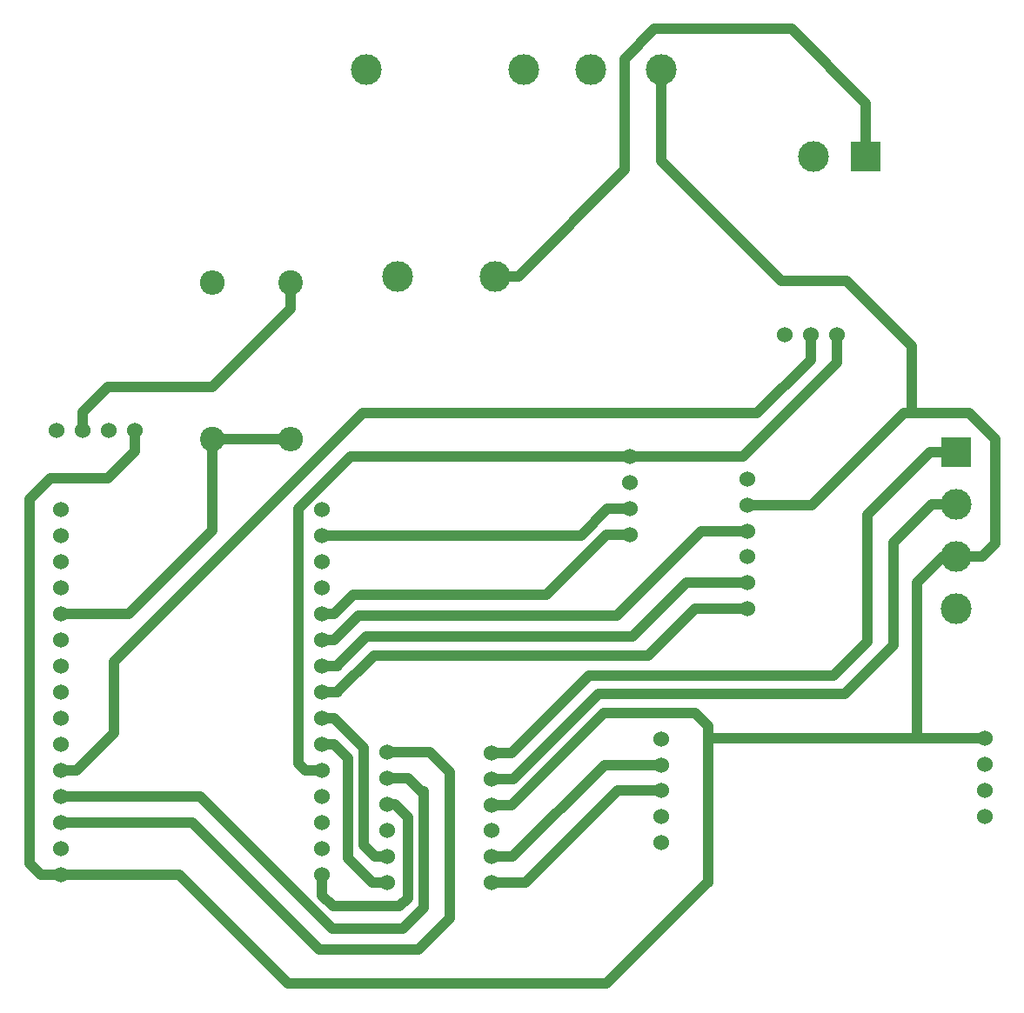
<source format=gbr>
%TF.GenerationSoftware,KiCad,Pcbnew,8.0.4*%
%TF.CreationDate,2024-11-15T17:35:20-05:00*%
%TF.ProjectId,Calidad_aire,43616c69-6461-4645-9f61-6972652e6b69,rev?*%
%TF.SameCoordinates,Original*%
%TF.FileFunction,Copper,L1,Top*%
%TF.FilePolarity,Positive*%
%FSLAX46Y46*%
G04 Gerber Fmt 4.6, Leading zero omitted, Abs format (unit mm)*
G04 Created by KiCad (PCBNEW 8.0.4) date 2024-11-15 17:35:20*
%MOMM*%
%LPD*%
G01*
G04 APERTURE LIST*
%TA.AperFunction,ComponentPad*%
%ADD10C,1.530000*%
%TD*%
%TA.AperFunction,ComponentPad*%
%ADD11R,3.000000X3.000000*%
%TD*%
%TA.AperFunction,ComponentPad*%
%ADD12C,3.000000*%
%TD*%
%TA.AperFunction,ComponentPad*%
%ADD13C,2.400000*%
%TD*%
%TA.AperFunction,ComponentPad*%
%ADD14O,2.400000X2.400000*%
%TD*%
%TA.AperFunction,Conductor*%
%ADD15C,1.000000*%
%TD*%
G04 APERTURE END LIST*
D10*
%TO.P,A1,1,5V*%
%TO.N,5V*%
X184745000Y-95250000D03*
%TO.P,A1,2,GND*%
%TO.N,GND*%
X177165000Y-95250000D03*
%TO.P,A1,3,DO*%
%TO.N,Net-(A1-DO)*%
X179705000Y-95250000D03*
%TO.P,A1,4,AO*%
%TO.N,unconnected-(A1-AO-Pad4)*%
X182245000Y-95250000D03*
%TD*%
D11*
%TO.P,A2,1,RX*%
%TO.N,TX0_5V*%
X264635000Y-97380000D03*
D12*
%TO.P,A2,2,TX*%
%TO.N,RX0_5V*%
X264635000Y-102460000D03*
%TO.P,A2,3,5V*%
%TO.N,5V*%
X264635000Y-107540000D03*
%TO.P,A2,4,GND*%
%TO.N,GND*%
X264635000Y-112620000D03*
%TD*%
D10*
%TO.P,U1,1,EN*%
%TO.N,unconnected-(U1-EN-Pad1)*%
X177560000Y-102940000D03*
%TO.P,U1,2,GPIO36_ADC-CH0_SENS-VP_RTC-GPIO0*%
%TO.N,unconnected-(U1-GPIO36_ADC-CH0_SENS-VP_RTC-GPIO0-Pad2)*%
X177560000Y-105480000D03*
%TO.P,U1,3,GPIO39_ADC1-CH3_SENS-VN_RTC-GPIO3*%
%TO.N,unconnected-(U1-GPIO39_ADC1-CH3_SENS-VN_RTC-GPIO3-Pad3)*%
X177560000Y-108020000D03*
%TO.P,U1,4,GPIO34_ADC1-CH6_RTC-GPIO4*%
%TO.N,unconnected-(U1-GPIO34_ADC1-CH6_RTC-GPIO4-Pad4)*%
X177560000Y-110560000D03*
%TO.P,U1,5,GPIO35_ADC1-CH7_RTC-GPIO5*%
%TO.N,AO_MQ_135*%
X177560000Y-113100000D03*
%TO.P,U1,6,GPIO32_ADC1-CH4_RTC-GPIO9*%
%TO.N,unconnected-(U1-GPIO32_ADC1-CH4_RTC-GPIO9-Pad6)*%
X177560000Y-115640000D03*
%TO.P,U1,7,GPIO33_ADC1-CH5_RTC-GPIO8*%
%TO.N,unconnected-(U1-GPIO33_ADC1-CH5_RTC-GPIO8-Pad7)*%
X177560000Y-118180000D03*
%TO.P,U1,8,GPIO25_ADC2-CH8_DAC1_RTC-GPIO6*%
%TO.N,unconnected-(U1-GPIO25_ADC2-CH8_DAC1_RTC-GPIO6-Pad8)*%
X177560000Y-120720000D03*
%TO.P,U1,9,GPIO26_ADC2-CH9_DAC2_RTC-GPIO7*%
%TO.N,unconnected-(U1-GPIO26_ADC2-CH9_DAC2_RTC-GPIO7-Pad9)*%
X177560000Y-123260000D03*
%TO.P,U1,10,GPIO27_ADC2-CH7_RTC-GPIO17*%
%TO.N,unconnected-(U1-GPIO27_ADC2-CH7_RTC-GPIO17-Pad10)*%
X177560000Y-125800000D03*
%TO.P,U1,11,GPIO14_ADC2-CH6_HSPI-CLK_RTC-GPIO16*%
%TO.N,DHT_22*%
X177560000Y-128340000D03*
%TO.P,U1,12,GPIO12_ADC2-CH5_HSPI-MISO_RTC-GPIO15*%
%TO.N,RX0_3V*%
X177560000Y-130880000D03*
%TO.P,U1,13,GPIO13_ADC2-CH4_HSPI-MOSI_RTC-GPIO14*%
%TO.N,TX0_3V*%
X177560000Y-133420000D03*
%TO.P,U1,14,GND*%
%TO.N,GND*%
X177560000Y-135960000D03*
%TO.P,U1,15,VIN*%
%TO.N,5V*%
X177560000Y-138500000D03*
%TO.P,U1,16,3V3*%
%TO.N,3.3V*%
X202960000Y-138500000D03*
%TO.P,U1,17,GND*%
%TO.N,unconnected-(U1-GND-Pad17)*%
X202960000Y-135960000D03*
%TO.P,U1,18,GPIO15_ADC2-CH3_HSPI-CS0_RTC-GPIO13*%
%TO.N,unconnected-(U1-GPIO15_ADC2-CH3_HSPI-CS0_RTC-GPIO13-Pad18)*%
X202960000Y-133420000D03*
%TO.P,U1,19,GPIO2_ADC2-CH2_RTC-GPIO12*%
%TO.N,unconnected-(U1-GPIO2_ADC2-CH2_RTC-GPIO12-Pad19)*%
X202960000Y-130880000D03*
%TO.P,U1,20,GPIO4_ADC2-CH0_RTC-GPIO10*%
%TO.N,3.3V*%
X202960000Y-128340000D03*
%TO.P,U1,21,GPIO16_UART2-RX*%
%TO.N,RX2_3V*%
X202960000Y-125800000D03*
%TO.P,U1,22,GPIO17_UART2-TX*%
%TO.N,TX2_3V*%
X202960000Y-123260000D03*
%TO.P,U1,23,GPIO5_VSPI-CS0*%
%TO.N,SD_SS*%
X202960000Y-120720000D03*
%TO.P,U1,24,GPIO18_VSPI-CLK*%
%TO.N,SD_CLK*%
X202960000Y-118180000D03*
%TO.P,U1,25,GPIO19_VSPI-MISO*%
%TO.N,SD_MISO*%
X202960000Y-115640000D03*
%TO.P,U1,26,GPIO21_I2C-SDA*%
%TO.N,SDA*%
X202960000Y-113100000D03*
%TO.P,U1,27,GPIO3__UART0-RX*%
%TO.N,unconnected-(U1-GPIO3__UART0-RX-Pad27)*%
X202960000Y-110560000D03*
%TO.P,U1,28,GPIO1_UART0-TX*%
%TO.N,unconnected-(U1-GPIO1_UART0-TX-Pad28)*%
X202960000Y-108020000D03*
%TO.P,U1,29,GPIO22_I2C-SCL*%
%TO.N,SCK*%
X202960000Y-105480000D03*
%TO.P,U1,30,GPIO23_VSPI-MOSI*%
%TO.N,SD_MOSI*%
X202960000Y-102940000D03*
%TD*%
%TO.P,A4,1,SDA*%
%TO.N,SDA*%
X232885000Y-105370000D03*
%TO.P,A4,2,SCK*%
%TO.N,SCK*%
X232885000Y-102870000D03*
%TO.P,A4,3,VCC*%
%TO.N,3.3V*%
X232885000Y-97790000D03*
%TO.P,A4,4,GND*%
%TO.N,GND*%
X232885000Y-100330000D03*
%TD*%
D13*
%TO.P,R1,1*%
%TO.N,Net-(A1-DO)*%
X199865000Y-80870000D03*
D14*
%TO.P,R1,2*%
%TO.N,AO_MQ_135*%
X199865000Y-96110000D03*
%TD*%
D10*
%TO.P,J1,1,5V*%
%TO.N,5V*%
X244315000Y-102500000D03*
%TO.P,J1,2,CS*%
%TO.N,SD_SS*%
X244315000Y-112620000D03*
%TO.P,J1,3,MOSI*%
%TO.N,SD_MOSI*%
X244315000Y-107540000D03*
%TO.P,J1,4,CLK*%
%TO.N,SD_CLK*%
X244315000Y-110080000D03*
%TO.P,J1,5,MISO*%
%TO.N,SD_MISO*%
X244315000Y-105040000D03*
%TO.P,J1,6,GND*%
%TO.N,GND*%
X244315000Y-99960000D03*
%TD*%
D13*
%TO.P,R2,1*%
%TO.N,AO_MQ_135*%
X192245000Y-96110000D03*
D14*
%TO.P,R2,2*%
%TO.N,GND*%
X192245000Y-80870000D03*
%TD*%
D12*
%TO.P,U3,1,VOUT+*%
%TO.N,5V*%
X235995000Y-60110000D03*
%TO.P,U3,2,VOUT-*%
%TO.N,GND*%
X229095000Y-60110000D03*
%TO.P,U3,3,IN+*%
%TO.N,unconnected-(U3-IN+-Pad3)*%
X222595000Y-60110000D03*
%TO.P,U3,4,IN-*%
%TO.N,unconnected-(U3-IN--Pad4)*%
X207295000Y-60110000D03*
%TO.P,U3,5,BAT+*%
%TO.N,Net-(BT1-+)*%
X219795000Y-80210000D03*
%TO.P,U3,6,BAT-*%
%TO.N,GND*%
X210295000Y-80210000D03*
%TD*%
D10*
%TO.P,A3,*%
%TO.N,*%
X267470000Y-132850000D03*
X267470000Y-130310000D03*
X235990000Y-135360000D03*
X235990000Y-132820000D03*
X235990000Y-125240000D03*
%TO.P,A3,1,RX*%
%TO.N,TX2_5V*%
X235990000Y-127780000D03*
%TO.P,A3,2,TX*%
%TO.N,RX2_5V*%
X235990000Y-130280000D03*
%TO.P,A3,3,5V*%
%TO.N,5V*%
X267470000Y-125230000D03*
%TO.P,A3,4,GND*%
%TO.N,GND*%
X267470000Y-127770000D03*
%TD*%
%TO.P,U2,*%
%TO.N,*%
X209265000Y-134210000D03*
%TO.P,U2,1,VCCA*%
%TO.N,5V*%
X219425000Y-131710000D03*
%TO.P,U2,2,A1*%
%TO.N,TX0_5V*%
X219425000Y-126630000D03*
%TO.P,U2,3,A2*%
%TO.N,RX0_5V*%
X219425000Y-129170000D03*
%TO.P,U2,4,A3*%
%TO.N,TX2_5V*%
X219425000Y-136750000D03*
%TO.P,U2,5,A4*%
%TO.N,RX2_5V*%
X219425000Y-139290000D03*
%TO.P,U2,7,GND*%
%TO.N,GND*%
X219425000Y-134210000D03*
%TO.P,U2,10,B4*%
%TO.N,RX2_3V*%
X209265000Y-139290000D03*
%TO.P,U2,11,B3*%
%TO.N,TX2_3V*%
X209265000Y-136750000D03*
%TO.P,U2,12,B2*%
%TO.N,RX0_3V*%
X209265000Y-129130000D03*
%TO.P,U2,13,B1*%
%TO.N,TX0_3V*%
X209265000Y-126590000D03*
%TO.P,U2,14,VCCB*%
%TO.N,3.3V*%
X209265000Y-131670000D03*
%TD*%
%TO.P,A5,1,VDD*%
%TO.N,3.3V*%
X253075000Y-85900000D03*
%TO.P,A5,2,DATA*%
%TO.N,DHT_22*%
X250535000Y-85900000D03*
%TO.P,A5,3,GND*%
%TO.N,GND*%
X247995000Y-85900000D03*
%TD*%
D11*
%TO.P,BT1,1,+*%
%TO.N,Net-(BT1-+)*%
X255905000Y-68580000D03*
D12*
%TO.P,BT1,2,-*%
%TO.N,GND*%
X250825000Y-68580000D03*
%TD*%
D15*
%TO.N,DHT_22*%
X182720000Y-124685000D02*
X182720000Y-117762000D01*
X250535000Y-85900000D02*
X250535000Y-88360000D01*
X250535000Y-88360000D02*
X245325000Y-93570000D01*
X206883000Y-93599000D02*
X183007000Y-117475000D01*
X206912000Y-93570000D02*
X245325000Y-93570000D01*
X179065000Y-128340000D02*
X182720000Y-124685000D01*
X182720000Y-117762000D02*
X183007000Y-117475000D01*
X206883000Y-93599000D02*
X206912000Y-93570000D01*
X177560000Y-128340000D02*
X179065000Y-128340000D01*
%TO.N,TX2_5V*%
X219425000Y-136750000D02*
X221455000Y-136750000D01*
X230425000Y-127780000D02*
X235990000Y-127780000D01*
X221455000Y-136750000D02*
X230425000Y-127780000D01*
%TO.N,SDA*%
X224790000Y-111252000D02*
X230672000Y-105370000D01*
X230672000Y-105370000D02*
X232885000Y-105370000D01*
X205994000Y-111252000D02*
X224790000Y-111252000D01*
X204146000Y-113100000D02*
X205994000Y-111252000D01*
X202960000Y-113100000D02*
X204146000Y-113100000D01*
%TO.N,SD_SS*%
X204465000Y-120655000D02*
X204465000Y-120720000D01*
X204465000Y-120720000D02*
X202960000Y-120720000D01*
X244315000Y-112620000D02*
X239235000Y-112620000D01*
X207993500Y-117126500D02*
X204465000Y-120655000D01*
X239235000Y-112620000D02*
X234728500Y-117126500D01*
X207993500Y-117126500D02*
X234728500Y-117126500D01*
%TO.N,3.3V*%
X210496000Y-141548000D02*
X211295000Y-140749000D01*
X205740000Y-97790000D02*
X200660000Y-102870000D01*
X232885000Y-97790000D02*
X205740000Y-97790000D01*
X202960000Y-140476000D02*
X204032000Y-141548000D01*
X253075000Y-85900000D02*
X253075000Y-88620000D01*
X253075000Y-88620000D02*
X243905000Y-97790000D01*
X210025000Y-131670000D02*
X209265000Y-131670000D01*
X201365000Y-128340000D02*
X202960000Y-128340000D01*
X211295000Y-140749000D02*
X211295000Y-132940000D01*
X211295000Y-132940000D02*
X210025000Y-131670000D01*
X204032000Y-141548000D02*
X210496000Y-141548000D01*
X200660000Y-102870000D02*
X200660000Y-127635000D01*
X243905000Y-97790000D02*
X232885000Y-97790000D01*
X202960000Y-138500000D02*
X202960000Y-140476000D01*
X200660000Y-127635000D02*
X201365000Y-128340000D01*
%TO.N,TX0_5V*%
X256032000Y-115824000D02*
X256032000Y-103443000D01*
X256032000Y-103443000D02*
X262095000Y-97380000D01*
X262095000Y-97380000D02*
X264635000Y-97380000D01*
X221415000Y-126630000D02*
X228919000Y-119126000D01*
X219425000Y-126630000D02*
X221415000Y-126630000D01*
X252730000Y-119126000D02*
X256032000Y-115824000D01*
X228919000Y-119126000D02*
X252730000Y-119126000D01*
%TO.N,Net-(BT1-+)*%
X232410000Y-69850000D02*
X222050000Y-80210000D01*
X222050000Y-80210000D02*
X219795000Y-80210000D01*
X255905000Y-63373000D02*
X248666000Y-56134000D01*
X255905000Y-68580000D02*
X255905000Y-63373000D01*
X232410000Y-59055000D02*
X232410000Y-69850000D01*
X248666000Y-56134000D02*
X235331000Y-56134000D01*
X235331000Y-56134000D02*
X232410000Y-59055000D01*
%TO.N,RX2_5V*%
X219425000Y-139290000D02*
X222725000Y-139290000D01*
X231735000Y-130280000D02*
X235990000Y-130280000D01*
X222725000Y-139290000D02*
X231735000Y-130280000D01*
%TO.N,SD_MISO*%
X202960000Y-115640000D02*
X204146000Y-115640000D01*
X204146000Y-115640000D02*
X206502000Y-113284000D01*
X239892000Y-105040000D02*
X244315000Y-105040000D01*
X231648000Y-113284000D02*
X239892000Y-105040000D01*
X206502000Y-113284000D02*
X231648000Y-113284000D01*
%TO.N,SD_CLK*%
X238408000Y-110080000D02*
X238506000Y-110080000D01*
X233172000Y-115316000D02*
X238408000Y-110080000D01*
X204465000Y-118180000D02*
X202960000Y-118180000D01*
X204465000Y-118180000D02*
X204465000Y-118115000D01*
X244315000Y-110080000D02*
X238506000Y-110080000D01*
X204465000Y-118115000D02*
X207264000Y-115316000D01*
X207264000Y-115316000D02*
X233172000Y-115316000D01*
%TO.N,SCK*%
X232885000Y-102870000D02*
X230755000Y-102870000D01*
X228145000Y-105480000D02*
X202960000Y-105480000D01*
X230755000Y-102870000D02*
X228145000Y-105480000D01*
%TO.N,RX0_5V*%
X258572000Y-116143000D02*
X253811000Y-120904000D01*
X229870000Y-120904000D02*
X221604000Y-129170000D01*
X262284000Y-102460000D02*
X258572000Y-106172000D01*
X221604000Y-129170000D02*
X219425000Y-129170000D01*
X253811000Y-120904000D02*
X229870000Y-120904000D01*
X264635000Y-102460000D02*
X262284000Y-102460000D01*
X258572000Y-106172000D02*
X258572000Y-116143000D01*
%TO.N,5V*%
X174498000Y-101952000D02*
X176530000Y-99920000D01*
X199644000Y-149098000D02*
X230632000Y-149098000D01*
X240505000Y-124050000D02*
X240505000Y-125222000D01*
X260858000Y-125230000D02*
X259555000Y-125230000D01*
X221415000Y-131710000D02*
X230345000Y-122780000D01*
X250625000Y-102500000D02*
X244315000Y-102500000D01*
X263365000Y-107540000D02*
X260825000Y-110080000D01*
X189046000Y-138500000D02*
X199644000Y-149098000D01*
X268445000Y-106270000D02*
X268445000Y-96110000D01*
X267175000Y-107540000D02*
X268445000Y-106270000D01*
X235995000Y-68990000D02*
X247650000Y-80645000D01*
X240440000Y-139290000D02*
X240505000Y-139290000D01*
X239235000Y-122780000D02*
X240505000Y-124050000D01*
X264635000Y-107540000D02*
X263365000Y-107540000D01*
X230632000Y-149098000D02*
X240440000Y-139290000D01*
X174498000Y-137414000D02*
X174498000Y-101952000D01*
X219425000Y-131710000D02*
X221415000Y-131710000D01*
X260825000Y-110080000D02*
X260825000Y-125197000D01*
X268445000Y-96110000D02*
X265905000Y-93570000D01*
X176530000Y-99920000D02*
X182085000Y-99920000D01*
X260350000Y-86995000D02*
X260350000Y-93570000D01*
X260350000Y-93570000D02*
X259555000Y-93570000D01*
X177560000Y-138500000D02*
X175584000Y-138500000D01*
X230345000Y-122780000D02*
X239235000Y-122780000D01*
X254000000Y-80645000D02*
X260350000Y-86995000D01*
X235995000Y-60110000D02*
X235995000Y-68990000D01*
X262255000Y-93570000D02*
X260350000Y-93570000D01*
X264635000Y-107540000D02*
X267175000Y-107540000D01*
X240505000Y-139290000D02*
X240505000Y-125222000D01*
X175584000Y-138500000D02*
X174498000Y-137414000D01*
X240513000Y-125230000D02*
X240505000Y-125222000D01*
X177560000Y-138500000D02*
X189046000Y-138500000D01*
X260825000Y-125197000D02*
X260858000Y-125230000D01*
X267470000Y-125230000D02*
X260858000Y-125230000D01*
X247650000Y-80645000D02*
X254000000Y-80645000D01*
X259555000Y-93570000D02*
X250625000Y-102500000D01*
X265905000Y-93570000D02*
X262255000Y-93570000D01*
X184745000Y-97260000D02*
X184745000Y-95250000D01*
X259555000Y-125230000D02*
X240513000Y-125230000D01*
X182085000Y-99920000D02*
X184745000Y-97260000D01*
%TO.N,AO_MQ_135*%
X192245000Y-96110000D02*
X199865000Y-96110000D01*
X192245000Y-105000000D02*
X184145000Y-113100000D01*
X192245000Y-96110000D02*
X192245000Y-105000000D01*
X184145000Y-113100000D02*
X177560000Y-113100000D01*
%TO.N,Net-(A1-DO)*%
X199865000Y-83410000D02*
X192245000Y-91030000D01*
X179705000Y-93410000D02*
X179705000Y-95250000D01*
X192245000Y-91030000D02*
X182085000Y-91030000D01*
X199865000Y-80870000D02*
X199865000Y-83410000D01*
X182085000Y-91030000D02*
X179705000Y-93410000D01*
%TO.N,RX0_3V*%
X191121000Y-130880000D02*
X204005000Y-143764000D01*
X210820000Y-143764000D02*
X212852000Y-141732000D01*
X204005000Y-143764000D02*
X210820000Y-143764000D01*
X191121000Y-130880000D02*
X177560000Y-130880000D01*
X212852000Y-141732000D02*
X212852000Y-130400000D01*
X212565000Y-130400000D02*
X211295000Y-129130000D01*
X211295000Y-129130000D02*
X209265000Y-129130000D01*
%TO.N,TX0_3V*%
X213458000Y-126590000D02*
X215392000Y-128524000D01*
X215392000Y-128524000D02*
X215392000Y-142748000D01*
X209265000Y-126590000D02*
X213458000Y-126590000D01*
X215392000Y-142748000D02*
X212344000Y-145796000D01*
X190316000Y-133420000D02*
X177560000Y-133420000D01*
X212344000Y-145796000D02*
X202692000Y-145796000D01*
X202692000Y-145796000D02*
X190316000Y-133420000D01*
%TO.N,TX2_3V*%
X207010000Y-135636000D02*
X207010000Y-126115000D01*
X208124000Y-136750000D02*
X207010000Y-135636000D01*
X204155000Y-123260000D02*
X202960000Y-123260000D01*
X207010000Y-126115000D02*
X204155000Y-123260000D01*
X209265000Y-136750000D02*
X208124000Y-136750000D01*
%TO.N,RX2_3V*%
X204155000Y-125800000D02*
X202960000Y-125800000D01*
X205486000Y-136906000D02*
X205486000Y-127131000D01*
X207870000Y-139290000D02*
X205486000Y-136906000D01*
X209265000Y-139290000D02*
X207870000Y-139290000D01*
X205486000Y-127131000D02*
X204155000Y-125800000D01*
%TD*%
M02*

</source>
